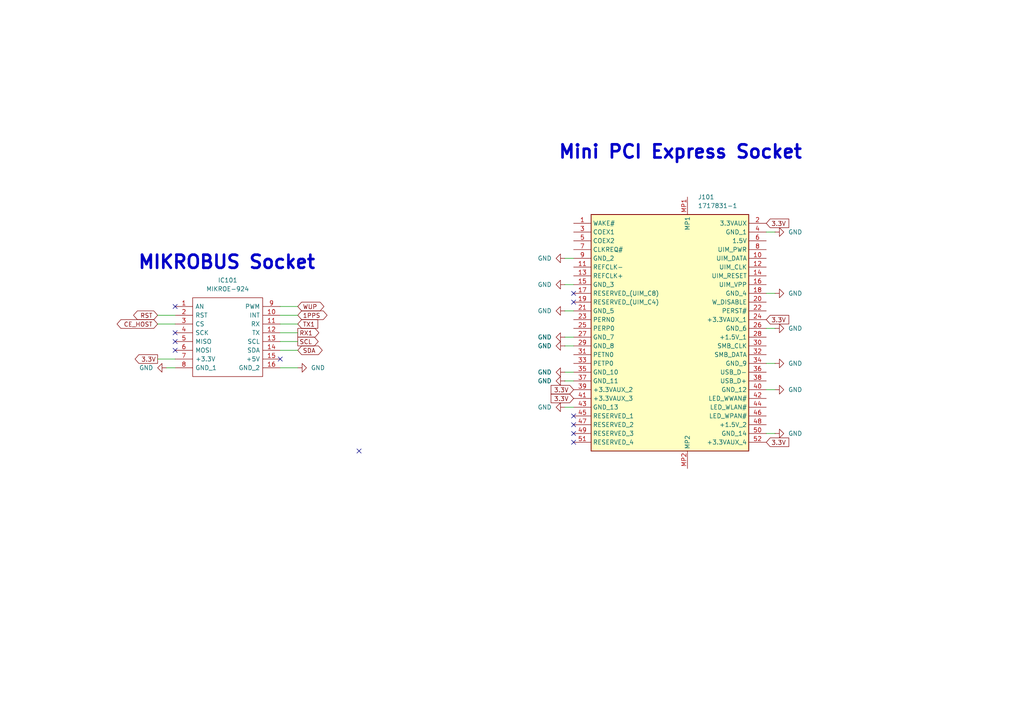
<source format=kicad_sch>
(kicad_sch (version 20231120) (generator "eeschema") (generator_version "8.0")
  (paper "A4")
  (lib_symbols
    (symbol "Mini_PCI_e:1717831-1"
      (property "Reference" "J" (at 74.93 22.86 0))
      (property "Value" "1717831-1" (at 74.93 20.32 0))
      (symbol "1717831-1_1_1"
        (rectangle (start 5.08 17.78) (end 73.66 -27.94) (stroke (width 0.254)) (fill (type background)))
        (pin passive line (at 7.62 -33.02 90) (length 5.08) (name "WAKE#") (number "1"))
        (pin passive line (at 17.78 22.86 270) (length 5.08) (name "UIM_DATA") (number "10"))
        (pin passive line (at 20.32 -33.02 90) (length 5.08) (name "REFCLK-") (number "11"))
        (pin passive line (at 20.32 22.86 270) (length 5.08) (name "UIM_CLK") (number "12"))
        (pin passive line (at 22.86 -33.02 90) (length 5.08) (name "REFCLK+") (number "13"))
        (pin passive line (at 22.86 22.86 270) (length 5.08) (name "UIM_RESET") (number "14"))
        (pin passive line (at 25.4 -33.02 90) (length 5.08) (name "GND_3") (number "15"))
        (pin passive line (at 25.4 22.86 270) (length 5.08) (name "UIM_VPP") (number "16"))
        (pin passive line (at 27.94 -33.02 90) (length 5.08) (name "RESERVED_(UIM_C8)") (number "17"))
        (pin passive line (at 27.94 22.86 270) (length 5.08) (name "GND_4") (number "18"))
        (pin passive line (at 30.48 -33.02 90) (length 5.08) (name "RESERVED_(UIM_C4)") (number "19"))
        (pin passive line (at 7.62 22.86 270) (length 5.08) (name "3.3VAUX") (number "2"))
        (pin passive line (at 30.48 22.86 270) (length 5.08) (name "W_DISABLE") (number "20"))
        (pin passive line (at 33.02 -33.02 90) (length 5.08) (name "GND_5") (number "21"))
        (pin passive line (at 33.02 22.86 270) (length 5.08) (name "PERST#") (number "22"))
        (pin passive line (at 35.56 -33.02 90) (length 5.08) (name "PERN0") (number "23"))
        (pin passive line (at 35.56 22.86 270) (length 5.08) (name "+3.3VAUX_1") (number "24"))
        (pin passive line (at 38.1 -33.02 90) (length 5.08) (name "PERP0") (number "25"))
        (pin passive line (at 38.1 22.86 270) (length 5.08) (name "GND_6") (number "26"))
        (pin passive line (at 40.64 -33.02 90) (length 5.08) (name "GND_7") (number "27"))
        (pin passive line (at 40.64 22.86 270) (length 5.08) (name "+1.5V_1") (number "28"))
        (pin passive line (at 43.18 -33.02 90) (length 5.08) (name "GND_8") (number "29"))
        (pin passive line (at 10.16 -33.02 90) (length 5.08) (name "COEX1") (number "3"))
        (pin passive line (at 43.18 22.86 270) (length 5.08) (name "SMB_CLK") (number "30"))
        (pin passive line (at 45.72 -33.02 90) (length 5.08) (name "PETN0") (number "31"))
        (pin passive line (at 45.72 22.86 270) (length 5.08) (name "SMB_DATA") (number "32"))
        (pin passive line (at 48.26 -33.02 90) (length 5.08) (name "PETP0") (number "33"))
        (pin passive line (at 48.26 22.86 270) (length 5.08) (name "GND_9") (number "34"))
        (pin passive line (at 50.8 -33.02 90) (length 5.08) (name "GND_10") (number "35"))
        (pin passive line (at 50.8 22.86 270) (length 5.08) (name "USB_D-") (number "36"))
        (pin passive line (at 53.34 -33.02 90) (length 5.08) (name "GND_11") (number "37"))
        (pin passive line (at 53.34 22.86 270) (length 5.08) (name "USB_D+") (number "38"))
        (pin passive line (at 55.88 -33.02 90) (length 5.08) (name "+3.3VAUX_2") (number "39"))
        (pin passive line (at 10.16 22.86 270) (length 5.08) (name "GND_1") (number "4"))
        (pin passive line (at 55.88 22.86 270) (length 5.08) (name "GND_12") (number "40"))
        (pin passive line (at 58.42 -33.02 90) (length 5.08) (name "+3.3VAUX_3") (number "41"))
        (pin passive line (at 58.42 22.86 270) (length 5.08) (name "LED_WWAN#") (number "42"))
        (pin passive line (at 60.96 -33.02 90) (length 5.08) (name "GND_13") (number "43"))
        (pin passive line (at 60.96 22.86 270) (length 5.08) (name "LED_WLAN#") (number "44"))
        (pin passive line (at 63.5 -33.02 90) (length 5.08) (name "RESERVED_1") (number "45"))
        (pin passive line (at 63.5 22.86 270) (length 5.08) (name "LED_WPAN#") (number "46"))
        (pin passive line (at 66.04 -33.02 90) (length 5.08) (name "RESERVED_2") (number "47"))
        (pin passive line (at 66.04 22.86 270) (length 5.08) (name "+1.5V_2") (number "48"))
        (pin passive line (at 68.58 -33.02 90) (length 5.08) (name "RESERVED_3") (number "49"))
        (pin passive line (at 12.7 -33.02 90) (length 5.08) (name "COEX2") (number "5"))
        (pin passive line (at 68.58 22.86 270) (length 5.08) (name "GND_14") (number "50"))
        (pin passive line (at 71.12 -33.02 90) (length 5.08) (name "RESERVED_4") (number "51"))
        (pin passive line (at 71.12 22.86 270) (length 5.08) (name "+3.3VAUX_4") (number "52"))
        (pin passive line (at 12.7 22.86 270) (length 5.08) (name "1.5V") (number "6"))
        (pin passive line (at 15.24 -33.02 90) (length 5.08) (name "CLKREQ#") (number "7"))
        (pin passive line (at 15.24 22.86 270) (length 5.08) (name "UIM_PWR") (number "8"))
        (pin passive line (at 17.78 -33.02 90) (length 5.08) (name "GND_2") (number "9"))
        (pin passive line (at 0 0 0) (length 5.08) (name "MP1") (number "MP1"))
        (pin passive line (at 78.74 0 180) (length 5.08) (name "MP2") (number "MP2"))
      )
    )
    (symbol "NEW_LIB_MIKROE-924:MIKROE-924" (pin_names (offset 0.762))
      (property "Reference" "IC1" (at 15.24 6.731 0))
      (property "Value" "MIKROE-924" (at 15.24 4.4196 0))
      (symbol "MIKROE-924_0_0"
        (pin input line (at 0 0 0) (length 5.08) (name "AN") (number "1"))
        (pin bidirectional line (at 30.48 -2.54 180) (length 5.08) (name "INT") (number "10"))
        (pin input line (at 30.48 -5.08 180) (length 5.08) (name "RX") (number "11"))
        (pin output line (at 30.48 -7.62 180) (length 5.08) (name "TX") (number "12"))
        (pin input line (at 30.48 -10.16 180) (length 5.08) (name "SCL") (number "13"))
        (pin bidirectional line (at 30.48 -12.7 180) (length 5.08) (name "SDA") (number "14"))
        (pin power_in line (at 30.48 -15.24 180) (length 5.08) (name "+5V") (number "15"))
        (pin power_in line (at 30.48 -17.78 180) (length 5.08) (name "GND_2") (number "16"))
        (pin input line (at 0 -2.54 0) (length 5.08) (name "RST") (number "2"))
        (pin input line (at 0 -5.08 0) (length 5.08) (name "CS") (number "3"))
        (pin bidirectional line (at 0 -7.62 0) (length 5.08) (name "SCK") (number "4"))
        (pin bidirectional line (at 0 -10.16 0) (length 5.08) (name "MISO") (number "5"))
        (pin bidirectional line (at 0 -12.7 0) (length 5.08) (name "MOSI") (number "6"))
        (pin power_in line (at 0 -15.24 0) (length 5.08) (name "+3.3V") (number "7"))
        (pin power_in line (at 0 -17.78 0) (length 5.08) (name "GND_1") (number "8"))
        (pin output line (at 30.48 0 180) (length 5.08) (name "PWM") (number "9"))
      )
      (symbol "MIKROE-924_0_1"
        (polyline (pts (xy 5.08 2.54) (xy 25.4 2.54) (xy 25.4 -20.32) (xy 5.08 -20.32) (xy 5.08 2.54)) (stroke (width 0.1524)))
      )
    )
    (symbol "power:GND" (power) (pin_numbers hide) (pin_names (offset 0) hide)
      (property "Value" "GND" (at 0 -3.81 0))
      (symbol "GND_0_1"
        (polyline (pts (xy 0 0) (xy 0 -1.27) (xy 1.27 -1.27) (xy 0 -2.54) (xy -1.27 -1.27) (xy 0 -1.27)))
      )
      (symbol "GND_1_1"
        (pin power_in line (at 0 0 270) (length 0) (name "~") (number "1"))
      )
    )
  )
  (no_connect (at 166.37 128.27))
  (no_connect (at 104.14 130.81))
  (no_connect (at 81.28 104.14))
  (no_connect (at 50.8 101.6))
  (no_connect (at 166.37 120.65))
  (no_connect (at 50.8 88.9))
  (no_connect (at 166.37 125.73))
  (no_connect (at 50.8 96.52))
  (no_connect (at 50.8 99.06))
  (no_connect (at 166.37 123.19))
  (no_connect (at 166.37 87.63))
  (no_connect (at 166.37 85.09))
  (wire (pts (xy 50.8 104.14) (xy 45.72 104.14)))
  (wire (pts (xy 45.72 93.98) (xy 50.8 93.98)))
  (wire (pts (xy 86.36 106.68) (xy 81.28 106.68)))
  (wire (pts (xy 163.83 118.11) (xy 166.37 118.11)))
  (wire (pts (xy 86.36 88.9) (xy 81.28 88.9)))
  (wire (pts (xy 222.25 113.03) (xy 224.79 113.03)))
  (wire (pts (xy 163.83 110.49) (xy 166.37 110.49)))
  (wire (pts (xy 48.26 106.68) (xy 50.8 106.68)))
  (wire (pts (xy 163.83 74.93) (xy 166.37 74.93)))
  (wire (pts (xy 81.28 91.44) (xy 86.36 91.44)))
  (wire (pts (xy 163.83 107.95) (xy 166.37 107.95)))
  (wire (pts (xy 222.25 67.31) (xy 224.79 67.31)))
  (wire (pts (xy 81.28 101.6) (xy 86.36 101.6)))
  (wire (pts (xy 163.83 82.55) (xy 166.37 82.55)))
  (wire (pts (xy 45.72 91.44) (xy 50.8 91.44)))
  (wire (pts (xy 81.28 99.06) (xy 86.36 99.06)))
  (wire (pts (xy 81.28 96.52) (xy 86.36 96.52)))
  (wire (pts (xy 222.25 125.73) (xy 224.79 125.73)))
  (wire (pts (xy 86.36 93.98) (xy 81.28 93.98)))
  (wire (pts (xy 163.83 90.17) (xy 166.37 90.17)))
  (wire (pts (xy 163.83 100.33) (xy 166.37 100.33)))
  (wire (pts (xy 222.25 95.25) (xy 224.79 95.25)))
  (wire (pts (xy 163.83 97.79) (xy 166.37 97.79)))
  (wire (pts (xy 222.25 105.41) (xy 224.79 105.41)))
  (wire (pts (xy 222.25 85.09) (xy 224.79 85.09)))
  (text "MIKROBUS Socket" (at 65.786 76.2 0) (effects (font (size 3.81 3.81) (thickness 0.762) (bold yes))))
  (text "Mini PCI Express Socket" (at 197.358 44.196 0) (effects (font (size 3.81 3.81) (thickness 0.762) (bold yes))))
  (global_label "3.3V" (shape output) (at 45.72 104.14 180) (property "Intersheetrefs" "${INTERSHEET_REFS}" (effects (hide yes))))
  (global_label "CE_HOST" (shape bidirectional) (at 45.72 93.98 180) (property "Intersheetrefs" "${INTERSHEET_REFS}" (effects (hide yes))))
  (global_label "3.3V" (shape input) (at 166.37 115.57 180) (property "Intersheetrefs" "${INTERSHEET_REFS}" (effects (hide yes))))
  (global_label "TX1" (shape input) (at 86.36 93.98 0) (property "Intersheetrefs" "${INTERSHEET_REFS}" (effects (hide yes))))
  (global_label "1PPS" (shape bidirectional) (at 86.36 91.44 0) (property "Intersheetrefs" "${INTERSHEET_REFS}" (effects (hide yes))))
  (global_label "SCL" (shape output) (at 86.36 99.06 0) (property "Intersheetrefs" "${INTERSHEET_REFS}" (effects (hide yes))))
  (global_label "3.3V" (shape input) (at 166.37 113.03 180) (property "Intersheetrefs" "${INTERSHEET_REFS}" (effects (hide yes))))
  (global_label "RST" (shape bidirectional) (at 45.72 91.44 180) (property "Intersheetrefs" "${INTERSHEET_REFS}" (effects (hide yes))))
  (global_label "3.3V" (shape input) (at 222.25 128.27 0) (property "Intersheetrefs" "${INTERSHEET_REFS}" (effects (hide yes))))
  (global_label "RX1" (shape output) (at 86.36 96.52 0) (property "Intersheetrefs" "${INTERSHEET_REFS}" (effects (hide yes))))
  (global_label "3.3V" (shape input) (at 222.25 64.77 0) (property "Intersheetrefs" "${INTERSHEET_REFS}" (effects (hide yes))))
  (global_label "3.3V" (shape input) (at 222.25 92.71 0) (property "Intersheetrefs" "${INTERSHEET_REFS}" (effects (hide yes))))
  (global_label "SDA" (shape bidirectional) (at 86.36 101.6 0) (property "Intersheetrefs" "${INTERSHEET_REFS}" (effects (hide yes))))
  (global_label "WUP" (shape bidirectional) (at 86.36 88.9 0) (property "Intersheetrefs" "${INTERSHEET_REFS}" (effects (hide yes))))
  (symbol (lib_id "power:GND") (at 163.83 90.17 270) (unit 1)
    (property "Reference" "#PWR0108" (effects (hide yes)))
    (property "Value" "GND" (at 160.02 90.1699 90) (effects (justify right)))
    (property "Description" "Power symbol creates a global label with name \"GND\" , ground" (effects (hide yes)))
  )
  (symbol (lib_id "power:GND") (at 224.79 67.31 90) (unit 1)
    (property "Reference" "#PWR0111" (effects (hide yes)))
    (property "Value" "GND" (at 228.6 67.3099 90) (effects (justify right)))
    (property "Description" "Power symbol creates a global label with name \"GND\" , ground" (effects (hide yes)))
  )
  (symbol (lib_id "power:GND") (at 163.83 74.93 270) (unit 1)
    (property "Reference" "#PWR0110" (effects (hide yes)))
    (property "Value" "GND" (at 160.02 74.9299 90) (effects (justify right)))
    (property "Description" "Power symbol creates a global label with name \"GND\" , ground" (effects (hide yes)))
  )
  (symbol (lib_id "power:GND") (at 48.26 106.68 270) (unit 1)
    (property "Reference" "#PWR0101" (effects (hide yes)))
    (property "Value" "GND" (at 44.45 106.6799 90) (effects (justify right)))
    (property "Description" "Power symbol creates a global label with name \"GND\" , ground" (effects (hide yes)))
  )
  (symbol (lib_id "power:GND") (at 163.83 107.95 270) (unit 1)
    (property "Reference" "#PWR0104" (effects (hide yes)))
    (property "Value" "GND" (at 160.02 107.9499 90) (effects (justify right)))
    (property "Description" "Power symbol creates a global label with name \"GND\" , ground" (effects (hide yes)))
  )
  (symbol (lib_id "power:GND") (at 163.83 118.11 270) (unit 1)
    (property "Reference" "#PWR0105" (effects (hide yes)))
    (property "Value" "GND" (at 160.02 118.1099 90) (effects (justify right)))
    (property "Description" "Power symbol creates a global label with name \"GND\" , ground" (effects (hide yes)))
  )
  (symbol (lib_id "NEW_LIB_MIKROE-924:MIKROE-924") (at 50.8 88.9 0) (unit 1)
    (property "Reference" "IC101" (at 66.04 81.28 0))
    (property "Value" "MIKROE-924" (at 66.04 83.82 0))
    (property "Footprint" "Mikroe-924:MIKROE924" (effects (hide yes)))
    (property "Datasheet" "https://www.mikroe.com/microsd-click" (effects (hide yes)))
    (property "Description" "microSD click mikroBUS" (effects (hide yes)))
    (property "Height" "5" (effects (hide yes)))
    (property "Manufacturer_Name" "MIKROELEKTRONIKA" (effects (hide yes)))
    (property "Manufacturer_Part_Number" "MIKROE-924" (effects (hide yes)))
    (property "Mouser Part Number" "932-MIKROE-924" (effects (hide yes)))
    (property "Mouser Price/Stock" "https://www.mouser.com/Search/Refine.aspx?Keyword=932-MIKROE-924" (effects (hide yes)))
    (property "Description_1" "microSD click mikroBUS" (effects (hide yes)))
  )
  (symbol (lib_id "power:GND") (at 224.79 95.25 90) (unit 1)
    (property "Reference" "#PWR0113" (effects (hide yes)))
    (property "Value" "GND" (at 228.6 95.2499 90) (effects (justify right)))
    (property "Description" "Power symbol creates a global label with name \"GND\" , ground" (effects (hide yes)))
  )
  (symbol (lib_id "Mini_PCI_e:1717831-1") (at 199.39 57.15 270) (unit 1)
    (property "Reference" "J101" (at 202.4065 57.15 90) (effects (justify left)))
    (property "Value" "1717831-1" (at 202.4065 59.69 90) (effects (justify left)))
    (property "Footprint" "17178311" (effects (hide yes)))
    (property "Datasheet" "https://www.te.com/commerce/DocumentDelivery/DDEController?Action=showdoc&DocId=Customer+Drawing%7F1717831%7FE%7Fpdf%7FEnglish%7FENG_CD_1717831_E.pdf%7F1717831-1" (effects (hide yes)))
    (property "Description" "Mini PCI Express Card Socket,52way" (effects (hide yes)))
    (property "Height" "4" (effects (hide yes)))
    (property "Manufacturer_Name" "TE Connectivity" (effects (hide yes)))
    (property "Manufacturer_Part_Number" "1717831-1" (effects (hide yes)))
    (property "Mouser Part Number" "571-1717831-1" (effects (hide yes)))
    (property "Mouser Price/Stock" "https://www.mouser.co.uk/ProductDetail/TE-Connectivity/1717831-1?qs=VZ9FDhhp7Snb7Fdyi2xfcQ%3D%3D" (effects (hide yes)))
    (property "Arrow Part Number" "1717831-1" (effects (hide yes)))
    (property "Arrow Price/Stock" "https://www.arrow.com/en/products/1717831-1/te-connectivity?region=nac" (effects (hide yes)))
  )
  (symbol (lib_id "power:GND") (at 86.36 106.68 90) (unit 1)
    (property "Reference" "#PWR0102" (effects (hide yes)))
    (property "Value" "GND" (at 90.17 106.6799 90) (effects (justify right)))
    (property "Description" "Power symbol creates a global label with name \"GND\" , ground" (effects (hide yes)))
  )
  (symbol (lib_id "power:GND") (at 163.83 97.79 270) (unit 1)
    (property "Reference" "#PWR0107" (effects (hide yes)))
    (property "Value" "GND" (at 160.02 97.7899 90) (effects (justify right)))
    (property "Description" "Power symbol creates a global label with name \"GND\" , ground" (effects (hide yes)))
  )
  (symbol (lib_id "power:GND") (at 163.83 82.55 270) (unit 1)
    (property "Reference" "#PWR0109" (effects (hide yes)))
    (property "Value" "GND" (at 160.02 82.5499 90) (effects (justify right)))
    (property "Description" "Power symbol creates a global label with name \"GND\" , ground" (effects (hide yes)))
  )
  (symbol (lib_id "power:GND") (at 163.83 110.49 270) (unit 1)
    (property "Reference" "#PWR0103" (effects (hide yes)))
    (property "Value" "GND" (at 160.02 110.4899 90) (effects (justify right)))
    (property "Description" "Power symbol creates a global label with name \"GND\" , ground" (effects (hide yes)))
  )
  (symbol (lib_id "power:GND") (at 224.79 113.03 90) (unit 1)
    (property "Reference" "#PWR0115" (effects (hide yes)))
    (property "Value" "GND" (at 228.6 113.0299 90) (effects (justify right)))
    (property "Description" "Power symbol creates a global label with name \"GND\" , ground" (effects (hide yes)))
  )
  (symbol (lib_id "power:GND") (at 224.79 105.41 90) (unit 1)
    (property "Reference" "#PWR0114" (effects (hide yes)))
    (property "Value" "GND" (at 228.6 105.4099 90) (effects (justify right)))
    (property "Description" "Power symbol creates a global label with name \"GND\" , ground" (effects (hide yes)))
  )
  (symbol (lib_id "power:GND") (at 224.79 85.09 90) (unit 1)
    (property "Reference" "#PWR0112" (effects (hide yes)))
    (property "Value" "GND" (at 228.6 85.0899 90) (effects (justify right)))
    (property "Description" "Power symbol creates a global label with name \"GND\" , ground" (effects (hide yes)))
  )
  (symbol (lib_id "power:GND") (at 224.79 125.73 90) (unit 1)
    (property "Reference" "#PWR0116" (effects (hide yes)))
    (property "Value" "GND" (at 228.6 125.7299 90) (effects (justify right)))
    (property "Description" "Power symbol creates a global label with name \"GND\" , ground" (effects (hide yes)))
  )
  (symbol (lib_id "power:GND") (at 163.83 100.33 270) (unit 1)
    (property "Reference" "#PWR0106" (effects (hide yes)))
    (property "Value" "GND" (at 160.02 100.3299 90) (effects (justify right)))
    (property "Description" "Power symbol creates a global label with name \"GND\" , ground" (effects (hide yes)))
  )
)
</source>
